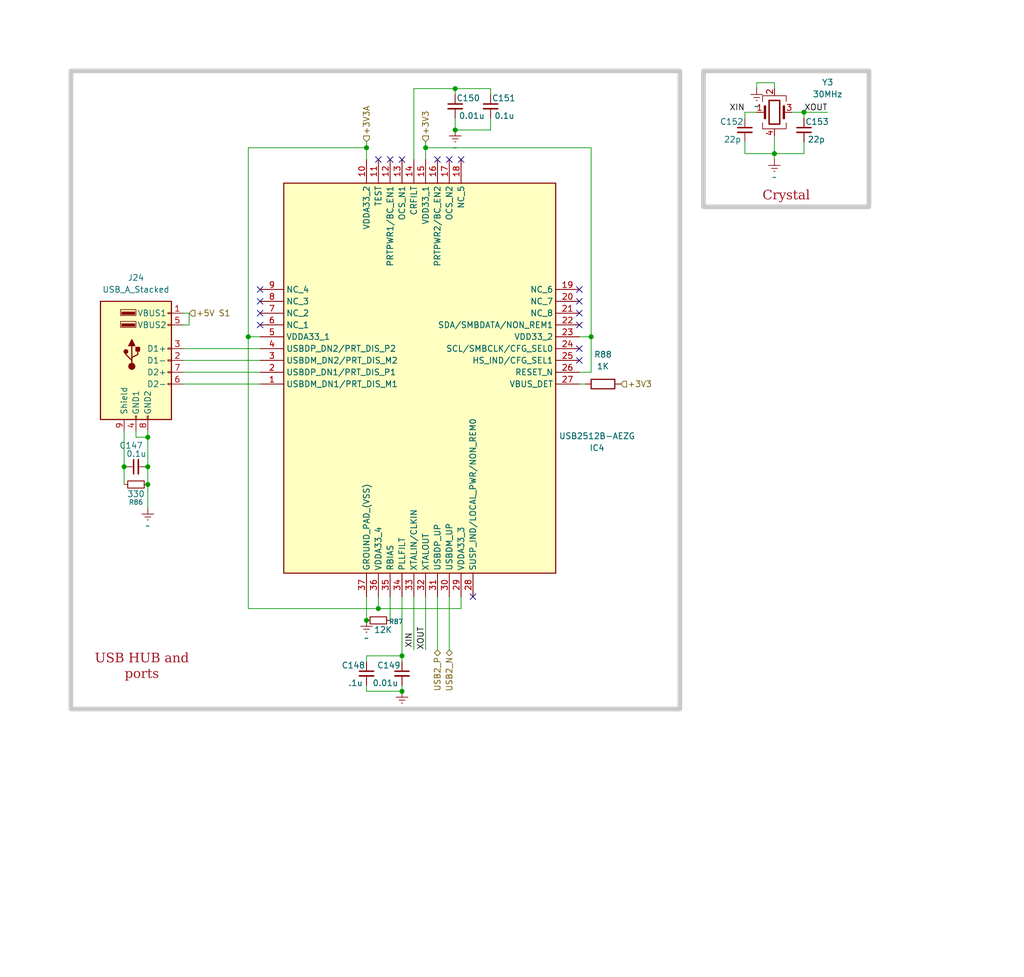
<source format=kicad_sch>
(kicad_sch (version 20250114) (generator "eeschema") (generator_version "9.0")
  (paper "User" 220 210)
  (lib_symbols
    (symbol "Connector:USB_A_Stacked" (pin_names (offset 1.016))
      (property "Reference" "J" (at 0 15.875 0))
      (property "Value" "USB_A_Stacked" (at 0 13.97 0))
      (symbol "USB_A_Stacked_0_1"
        (rectangle (start -7.62 12.7) (end 7.62 -12.7) (stroke (width 0.254)) (fill (type background)))
        (circle (center -2.159 1.905) (radius 0.381) (stroke (width 0.254)) (fill (type outline)))
        (polyline (pts (xy -1.524 3.175) (xy -0.254 3.175) (xy -0.889 4.445) (xy -1.524 3.175)) (stroke (width 0.254)) (fill (type outline)))
        (polyline (pts (xy -0.889 0) (xy -0.889 0.635) (xy 0.381 1.27) (xy 0.381 2.54)) (stroke (width 0.254)))
        (polyline (pts (xy -0.889 -0.635) (xy -0.889 0) (xy -2.159 1.27) (xy -2.159 1.905)) (stroke (width 0.254)))
        (circle (center -0.889 -1.27) (radius 0.635) (stroke (width 0.254)) (fill (type outline)))
        (rectangle (start -0.254 9.906) (end -3.048 10.414) (fill (type outline)))
        (rectangle (start -0.254 7.366) (end -3.048 7.874) (fill (type outline)))
        (rectangle (start -0.127 -12.7) (end 0.127 -11.938))
        (rectangle (start 0 9.652) (end -3.302 10.922))
        (rectangle (start 0 7.112) (end -3.302 8.382))
        (rectangle (start 0 2.794) (end 0.762 2.032) (stroke (width 0.254)) (fill (type outline)))
        (rectangle (start 2.413 -12.7) (end 2.667 -11.938))
        (rectangle (start 7.62 10.033) (end 6.858 10.287))
        (rectangle (start 7.62 7.493) (end 6.858 7.747))
        (rectangle (start 7.62 2.413) (end 6.858 2.667))
        (rectangle (start 7.62 -0.127) (end 6.858 0.127))
        (rectangle (start 7.62 -2.667) (end 6.858 -2.413))
        (rectangle (start 7.62 -5.207) (end 6.858 -4.953))
      )
      (symbol "USB_A_Stacked_1_1"
        (polyline (pts (xy -0.889 0.635) (xy -0.889 3.175)) (stroke (width 0.254)))
        (pin passive line (at -2.54 -15.24 90) (length 2.54) (name "Shield") (number "9"))
        (pin power_in line (at 0 -15.24 90) (length 2.54) (name "GND1") (number "4"))
        (pin power_in line (at 2.54 -15.24 90) (length 2.54) (name "GND2") (number "8"))
        (pin power_in line (at 10.16 10.16 180) (length 2.54) (name "VBUS1") (number "1"))
        (pin power_in line (at 10.16 7.62 180) (length 2.54) (name "VBUS2") (number "5"))
        (pin bidirectional line (at 10.16 2.54 180) (length 2.54) (name "D1+") (number "3"))
        (pin bidirectional line (at 10.16 0 180) (length 2.54) (name "D1-") (number "2"))
        (pin bidirectional line (at 10.16 -2.54 180) (length 2.54) (name "D2+") (number "7"))
        (pin bidirectional line (at 10.16 -5.08 180) (length 2.54) (name "D2-") (number "6"))
      )
    )
    (symbol "Device:C_Small" (pin_numbers (hide yes)) (pin_names (offset 0.254) (hide yes))
      (property "Reference" "C" (at 0.254 1.778 0))
      (property "Value" "C_Small" (at 0.254 -2.032 0))
      (symbol "C_Small_0_1"
        (polyline (pts (xy -1.524 0.508) (xy 1.524 0.508)) (stroke (width 0.3048)))
        (polyline (pts (xy -1.524 -0.508) (xy 1.524 -0.508)) (stroke (width 0.3302)))
      )
      (symbol "C_Small_1_1"
        (pin passive line (at 0 2.54 270) (length 2.032) (name "~") (number "1"))
        (pin passive line (at 0 -2.54 90) (length 2.032) (name "~") (number "2"))
      )
    )
    (symbol "Device:Crystal_GND24" (pin_names (offset 1.016) (hide yes))
      (property "Reference" "Y" (at 3.175 5.08 0))
      (property "Value" "Crystal_GND24" (at 3.175 3.175 0))
      (symbol "Crystal_GND24_0_1"
        (polyline (pts (xy -2.54 2.286) (xy -2.54 3.556) (xy 2.54 3.556) (xy 2.54 2.286)))
        (polyline (pts (xy -2.54 0) (xy -2.032 0)))
        (polyline (pts (xy -2.54 -2.286) (xy -2.54 -3.556) (xy 2.54 -3.556) (xy 2.54 -2.286)))
        (polyline (pts (xy -2.032 -1.27) (xy -2.032 1.27)) (stroke (width 0.508)))
        (rectangle (start -1.143 2.54) (end 1.143 -2.54) (stroke (width 0.3048)))
        (polyline (pts (xy 0 3.556) (xy 0 3.81)))
        (polyline (pts (xy 0 -3.81) (xy 0 -3.556)))
        (polyline (pts (xy 2.032 0) (xy 2.54 0)))
        (polyline (pts (xy 2.032 -1.27) (xy 2.032 1.27)) (stroke (width 0.508)))
      )
      (symbol "Crystal_GND24_1_1"
        (pin passive line (at -3.81 0 0) (length 1.27) (name "1") (number "1"))
        (pin passive line (at 0 5.08 270) (length 1.27) (name "2") (number "2"))
        (pin passive line (at 0 -5.08 90) (length 1.27) (name "4") (number "4"))
        (pin passive line (at 3.81 0 180) (length 1.27) (name "3") (number "3"))
      )
    )
    (symbol "Device:R" (pin_numbers (hide yes)) (pin_names (offset 0))
      (property "Reference" "R" (at 2.032 0 90))
      (property "Value" "R" (at 0 0 90))
      (symbol "R_0_1"
        (rectangle (start -1.016 -2.54) (end 1.016 2.54) (stroke (width 0.254)))
      )
      (symbol "R_1_1"
        (pin passive line (at 0 3.81 270) (length 1.27) (name "~") (number "1"))
        (pin passive line (at 0 -3.81 90) (length 1.27) (name "~") (number "2"))
      )
    )
    (symbol "Device:R_Small" (pin_numbers (hide yes)) (pin_names (offset 0.254) (hide yes))
      (property "Reference" "R" (at 0 0 90))
      (property "Value" "R_Small" (at 1.778 0 90))
      (symbol "R_Small_0_1"
        (rectangle (start -0.762 1.778) (end 0.762 -1.778) (stroke (width 0.2032)))
      )
      (symbol "R_Small_1_1"
        (pin passive line (at 0 2.54 270) (length 0.762) (name "~") (number "1"))
        (pin passive line (at 0 -2.54 90) (length 0.762) (name "~") (number "2"))
      )
    )
    (symbol "USB2512B-AEZG:USB2512B-AEZG"
      (property "Reference" "IC" (at 64.77 45.72 0))
      (property "Value" "USB2512B-AEZG" (at 64.77 43.18 0))
      (symbol "USB2512B-AEZG_1_1"
        (rectangle (start 5.08 40.64) (end 63.5 -43.18) (stroke (width 0.254)) (fill (type background)))
        (pin passive line (at 0 0 0) (length 5.08) (name "USBDM_DN1/PRT_DIS_M1") (number "1"))
        (pin passive line (at 0 -2.54 0) (length 5.08) (name "USBDP_DN1/PRT_DIS_P1") (number "2"))
        (pin passive line (at 0 -5.08 0) (length 5.08) (name "USBDM_DN2/PRT_DIS_M2") (number "3"))
        (pin passive line (at 0 -7.62 0) (length 5.08) (name "USBDP_DN2/PRT_DIS_P2") (number "4"))
        (pin passive line (at 0 -10.16 0) (length 5.08) (name "VDDA33_1") (number "5"))
        (pin passive line (at 0 -12.7 0) (length 5.08) (name "NC_1") (number "6"))
        (pin passive line (at 0 -15.24 0) (length 5.08) (name "NC_2") (number "7"))
        (pin passive line (at 0 -17.78 0) (length 5.08) (name "NC_3") (number "8"))
        (pin passive line (at 0 -20.32 0) (length 5.08) (name "NC_4") (number "9"))
        (pin passive line (at 22.86 45.72 270) (length 5.08) (name "GROUND_PAD_(VSS)") (number "37"))
        (pin passive line (at 22.86 -48.26 90) (length 5.08) (name "VDDA33_2") (number "10"))
        (pin passive line (at 25.4 45.72 270) (length 5.08) (name "VDDA33_4") (number "36"))
        (pin passive line (at 25.4 -48.26 90) (length 5.08) (name "TEST") (number "11"))
        (pin passive line (at 27.94 45.72 270) (length 5.08) (name "RBIAS") (number "35"))
        (pin passive line (at 27.94 -48.26 90) (length 5.08) (name "PRTPWR1/BC_EN1") (number "12"))
        (pin passive line (at 30.48 45.72 270) (length 5.08) (name "PLLFILT") (number "34"))
        (pin passive line (at 30.48 -48.26 90) (length 5.08) (name "OCS_N1") (number "13"))
        (pin passive line (at 33.02 45.72 270) (length 5.08) (name "XTALIN/CLKIN") (number "33"))
        (pin passive line (at 33.02 -48.26 90) (length 5.08) (name "CRFILT") (number "14"))
        (pin passive line (at 35.56 45.72 270) (length 5.08) (name "XTALOUT") (number "32"))
        (pin passive line (at 35.56 -48.26 90) (length 5.08) (name "VDD33_1") (number "15"))
        (pin passive line (at 38.1 45.72 270) (length 5.08) (name "USBDP_UP") (number "31"))
        (pin passive line (at 38.1 -48.26 90) (length 5.08) (name "PRTPWR2/BC_EN2") (number "16"))
        (pin passive line (at 40.64 45.72 270) (length 5.08) (name "USBDM_UP") (number "30"))
        (pin passive line (at 40.64 -48.26 90) (length 5.08) (name "OCS_N2") (number "17"))
        (pin passive line (at 43.18 45.72 270) (length 5.08) (name "VDDA33_3") (number "29"))
        (pin passive line (at 43.18 -48.26 90) (length 5.08) (name "NC_5") (number "18"))
        (pin passive line (at 45.72 45.72 270) (length 5.08) (name "SUSP_IND/LOCAL_PWR/NON_REM0") (number "28"))
        (pin passive line (at 68.58 0 180) (length 5.08) (name "VBUS_DET") (number "27"))
        (pin passive line (at 68.58 -2.54 180) (length 5.08) (name "RESET_N") (number "26"))
        (pin passive line (at 68.58 -5.08 180) (length 5.08) (name "HS_IND/CFG_SEL1") (number "25"))
        (pin passive line (at 68.58 -7.62 180) (length 5.08) (name "SCL/SMBCLK/CFG_SEL0") (number "24"))
        (pin passive line (at 68.58 -10.16 180) (length 5.08) (name "VDD33_2") (number "23"))
        (pin passive line (at 68.58 -12.7 180) (length 5.08) (name "SDA/SMBDATA/NON_REM1") (number "22"))
        (pin passive line (at 68.58 -15.24 180) (length 5.08) (name "NC_8") (number "21"))
        (pin passive line (at 68.58 -17.78 180) (length 5.08) (name "NC_7") (number "20"))
        (pin passive line (at 68.58 -20.32 180) (length 5.08) (name "NC_6") (number "19"))
      )
    )
    (symbol "power:Earth" (power) (pin_numbers (hide yes)) (pin_names (offset 0) (hide yes))
      (property "Value" "Earth" (at 0 -3.81 0))
      (symbol "Earth_0_1"
        (polyline (pts (xy -0.635 -1.905) (xy 0.635 -1.905)))
        (polyline (pts (xy -0.127 -2.54) (xy 0.127 -2.54)))
        (polyline (pts (xy 0 -1.27) (xy 0 0)))
        (polyline (pts (xy 1.27 -1.27) (xy -1.27 -1.27)))
      )
      (symbol "Earth_1_1"
        (pin power_in line (at 0 0 270) (length 0) (name "~") (number "1"))
      )
    )
  )
  (rectangle (start 151.13 15.24) (end 186.69 44.45) (stroke (width 1) (color 200 200 200 1)))
  (rectangle (start 15.24 15.24) (end 146.05 152.4) (stroke (width 1) (color 200 200 200 1)))
  (text_box "USB HUB and ports\n" (at 16.51 138.43 0) (size 27.94 9.525) (margins 1.9049 1.9049 1.9049 1.9049) (stroke (width -0.0001)) (effects (font (size 2 2) (thickness 0.3175)) (justify bottom)))
  (text_box "Crystal\n" (at 154.94 35.56 0) (size 27.94 9.525) (margins 1.9049 1.9049 1.9049 1.9049) (stroke (width -0.0001)) (effects (font (size 2 2) (thickness 0.3175)) (justify bottom)))
  (junction (at 97.79 19.05))
  (junction (at 91.44 31.75))
  (junction (at 26.67 100.33))
  (junction (at 127 72.39))
  (junction (at 31.75 93.98))
  (junction (at 31.75 100.33))
  (junction (at 78.74 31.75))
  (junction (at 86.36 148.59))
  (junction (at 53.34 72.39))
  (junction (at 81.28 130.81))
  (junction (at 166.37 33.02))
  (junction (at 86.36 140.97))
  (junction (at 97.79 27.94))
  (junction (at 31.75 104.14))
  (junction (at 78.74 133.35))
  (junction (at 172.72 24.13))
  (no_connect (at 124.46 74.93))
  (no_connect (at 124.46 62.23))
  (no_connect (at 124.46 64.77))
  (no_connect (at 93.98 34.29))
  (no_connect (at 81.28 34.29))
  (no_connect (at 124.46 67.31))
  (no_connect (at 55.88 67.31))
  (no_connect (at 124.46 77.47))
  (no_connect (at 55.88 64.77))
  (no_connect (at 86.36 34.29))
  (no_connect (at 124.46 69.85))
  (no_connect (at 83.82 34.29))
  (no_connect (at 96.52 34.29))
  (no_connect (at 55.88 69.85))
  (no_connect (at 101.6 128.27))
  (no_connect (at 99.06 34.29))
  (no_connect (at 55.88 62.23))
  (wire (pts (xy 91.44 31.75) (xy 91.44 34.29)))
  (wire (pts (xy 39.37 82.55) (xy 55.88 82.55)))
  (wire (pts (xy 78.74 140.97) (xy 78.74 142.24)))
  (wire (pts (xy 39.37 69.85) (xy 40.64 69.85)))
  (wire (pts (xy 124.46 80.01) (xy 127 80.01)))
  (wire (pts (xy 78.74 148.59) (xy 86.36 148.59)))
  (wire (pts (xy 26.67 100.33) (xy 26.67 104.14)))
  (wire (pts (xy 53.34 130.81) (xy 53.34 72.39)))
  (wire (pts (xy 91.44 31.75) (xy 127 31.75)))
  (wire (pts (xy 105.41 25.4) (xy 105.41 27.94)))
  (wire (pts (xy 172.72 25.4) (xy 172.72 24.13)))
  (wire (pts (xy 81.28 128.27) (xy 81.28 130.81)))
  (wire (pts (xy 31.75 100.33) (xy 31.75 104.14)))
  (wire (pts (xy 81.28 130.81) (xy 99.06 130.81)))
  (wire (pts (xy 93.98 128.27) (xy 93.98 139.7)))
  (wire (pts (xy 170.18 24.13) (xy 172.72 24.13)))
  (wire (pts (xy 29.21 93.98) (xy 31.75 93.98)))
  (wire (pts (xy 166.37 33.02) (xy 166.37 34.29)))
  (wire (pts (xy 40.64 67.31) (xy 39.37 67.31)))
  (wire (pts (xy 166.37 33.02) (xy 172.72 33.02)))
  (wire (pts (xy 162.56 19.05) (xy 162.56 17.78)))
  (wire (pts (xy 125.73 82.55) (xy 124.46 82.55)))
  (wire (pts (xy 78.74 31.75) (xy 78.74 34.29)))
  (wire (pts (xy 96.52 128.27) (xy 96.52 139.7)))
  (wire (pts (xy 88.9 19.05) (xy 97.79 19.05)))
  (wire (pts (xy 31.75 93.98) (xy 31.75 100.33)))
  (wire (pts (xy 105.41 27.94) (xy 97.79 27.94)))
  (wire (pts (xy 78.74 140.97) (xy 86.36 140.97)))
  (wire (pts (xy 97.79 19.05) (xy 105.41 19.05)))
  (wire (pts (xy 105.41 19.05) (xy 105.41 20.32)))
  (wire (pts (xy 166.37 17.78) (xy 166.37 19.05)))
  (wire (pts (xy 53.34 31.75) (xy 53.34 72.39)))
  (wire (pts (xy 172.72 24.13) (xy 177.8 24.13)))
  (wire (pts (xy 160.02 30.48) (xy 160.02 33.02)))
  (wire (pts (xy 83.82 128.27) (xy 83.82 133.35)))
  (wire (pts (xy 39.37 80.01) (xy 55.88 80.01)))
  (wire (pts (xy 91.44 30.48) (xy 91.44 31.75)))
  (wire (pts (xy 162.56 17.78) (xy 166.37 17.78)))
  (wire (pts (xy 86.36 128.27) (xy 86.36 140.97)))
  (wire (pts (xy 39.37 74.93) (xy 55.88 74.93)))
  (wire (pts (xy 40.64 69.85) (xy 40.64 67.31)))
  (wire (pts (xy 88.9 128.27) (xy 88.9 139.7)))
  (wire (pts (xy 127 80.01) (xy 127 72.39)))
  (wire (pts (xy 160.02 24.13) (xy 162.56 24.13)))
  (wire (pts (xy 127 31.75) (xy 127 72.39)))
  (wire (pts (xy 78.74 30.48) (xy 78.74 31.75)))
  (wire (pts (xy 53.34 31.75) (xy 78.74 31.75)))
  (wire (pts (xy 97.79 25.4) (xy 97.79 27.94)))
  (wire (pts (xy 81.28 130.81) (xy 53.34 130.81)))
  (wire (pts (xy 91.44 139.7) (xy 91.44 128.27)))
  (wire (pts (xy 97.79 20.32) (xy 97.79 19.05)))
  (wire (pts (xy 53.34 72.39) (xy 55.88 72.39)))
  (wire (pts (xy 172.72 33.02) (xy 172.72 30.48)))
  (wire (pts (xy 26.67 92.71) (xy 26.67 100.33)))
  (wire (pts (xy 78.74 147.32) (xy 78.74 148.59)))
  (wire (pts (xy 124.46 72.39) (xy 127 72.39)))
  (wire (pts (xy 31.75 93.98) (xy 31.75 92.71)))
  (wire (pts (xy 160.02 25.4) (xy 160.02 24.13)))
  (wire (pts (xy 160.02 33.02) (xy 166.37 33.02)))
  (wire (pts (xy 88.9 34.29) (xy 88.9 19.05)))
  (wire (pts (xy 99.06 128.27) (xy 99.06 130.81)))
  (wire (pts (xy 31.75 104.14) (xy 31.75 109.22)))
  (wire (pts (xy 39.37 77.47) (xy 55.88 77.47)))
  (wire (pts (xy 78.74 128.27) (xy 78.74 133.35)))
  (wire (pts (xy 86.36 147.32) (xy 86.36 148.59)))
  (wire (pts (xy 29.21 93.98) (xy 29.21 92.71)))
  (wire (pts (xy 86.36 140.97) (xy 86.36 142.24)))
  (wire (pts (xy 166.37 29.21) (xy 166.37 33.02)))
  (label "XOUT" (at 177.8 24.13 180))
  (label "XOUT" (at 91.44 134.62 270))
  (label "XIN" (at 88.9 135.89 270))
  (label "XIN" (at 160.02 24.13 180))
  (hierarchical_label "USB2_N" (shape bidirectional) (at 96.52 139.7 270))
  (hierarchical_label "+3V3" (shape input) (at 91.44 30.48 90))
  (hierarchical_label "+3V3A" (shape input) (at 78.74 30.48 90))
  (hierarchical_label "+3V3" (shape input) (at 133.35 82.55 0))
  (hierarchical_label "+5V S1" (shape input) (at 40.64 67.31 0))
  (hierarchical_label "USB2_P" (shape bidirectional) (at 93.98 139.7 270))
  (symbol (lib_id "USB2512B-AEZG:USB2512B-AEZG") (at 55.88 82.55 0) (mirror x) (unit 1)
    (property "Reference" "IC4" (at 128.27 96.266 0))
    (property "Value" "USB2512B-AEZG" (at 128.27 93.726 0))
    (property "Footprint" "USB2512B-AEZG:QFN50P600X600X100-37N-D" (effects (hide yes)))
    (property "Datasheet" "http://www.microchip.com/mymicrochip/filehandler.aspx?ddocname=en562310" (effects (hide yes)))
    (property "Description" "USB 2.0 Hub Controller 2-Port BC QFN36 Microchip USB2512B-AEZG, USB Controller, 480MBps, USB 2.0, 3.3 V, 36-Pin QFN" (effects (hide yes)))
    (property "Height" "1" (effects (hide yes)))
    (property "Manufacturer_Name" "Microchip" (effects (hide yes)))
    (property "Manufacturer_Part_Number" "USB2512B-AEZG" (effects (hide yes)))
    (property "Mouser Part Number" "886-USB2512B-AEZG" (effects (hide yes)))
    (property "Mouser Price/Stock" "https://www.mouser.co.uk/ProductDetail/Microchip-Technology/USB2512B-AEZG?qs=pA5MXup5wxGNvJiLqKVEsA%3D%3D" (effects (hide yes)))
    (property "Arrow Part Number" "USB2512B-AEZG" (effects (hide yes)))
    (property "Arrow Price/Stock" "https://www.arrow.com/en/products/usb2512b-aezg/microchip-technology?region=nac" (effects (hide yes)))
  )
  (symbol (lib_id "power:Earth") (at 97.79 27.94 0) (unit 1)
    (property "Reference" "#PWR0169" (effects (hide yes)))
    (property "Value" "~" (at 97.79 31.75 0))
    (property "Description" "Power symbol creates a global label with name \"Earth\"" (effects (hide yes)))
  )
  (symbol (lib_id "Device:C_Small") (at 86.36 144.78 0) (mirror y) (unit 1)
    (property "Reference" "C149" (at 86.106 143.002 0) (effects (justify left)))
    (property "Value" "0.01u" (at 85.598 146.812 0) (effects (justify left)))
    (property "Footprint" "Capacitor_SMD:C_0603_1608Metric" (effects (hide yes)))
    (property "Description" "Unpolarized capacitor, small symbol" (effects (hide yes)))
  )
  (symbol (lib_id "Connector:USB_A_Stacked") (at 29.21 77.47 0) (unit 1)
    (property "Reference" "J24" (at 29.21 59.69 0))
    (property "Value" "USB_A_Stacked" (at 29.21 62.23 0))
    (property "Footprint" "Connector_USB:USB_A_Wuerth_61400826021_Horizontal_Stacked" (effects (hide yes)))
    (property "Description" "USB Type A connector, stacked" (effects (hide yes)))
  )
  (symbol (lib_id "Device:C_Small") (at 78.74 144.78 0) (mirror y) (unit 1)
    (property "Reference" "C148" (at 78.486 143.002 0) (effects (justify left)))
    (property "Value" ".1u" (at 77.978 146.812 0) (effects (justify left)))
    (property "Footprint" "Capacitor_SMD:C_0603_1608Metric" (effects (hide yes)))
    (property "Description" "Unpolarized capacitor, small symbol" (effects (hide yes)))
  )
  (symbol (lib_id "Device:Crystal_GND24") (at 166.37 24.13 0) (unit 1)
    (property "Reference" "Y3" (at 177.8 17.7098 0))
    (property "Value" "30MHz" (at 177.8 20.2498 0))
    (property "Footprint" "ABM8-30.000MHZ-B2-T:ABM810000MHZ12D2W" (effects (hide yes)))
    (property "Description" "Four pin crystal, GND on pins 2 and 4" (effects (hide yes)))
  )
  (symbol (lib_id "Device:R_Small") (at 29.21 104.14 90) (mirror x) (unit 1)
    (property "Reference" "R86" (at 29.21 107.95 90) (effects (font (size 1.016 1.016))))
    (property "Value" "330" (at 29.21 106.172 90))
    (property "Footprint" "Resistor_SMD:R_0603_1608Metric" (effects (hide yes)))
    (property "Description" "Resistor, small symbol" (effects (hide yes)))
  )
  (symbol (lib_id "Device:C_Small") (at 172.72 27.94 0) (unit 1)
    (property "Reference" "C153" (at 172.974 26.162 0) (effects (justify left)))
    (property "Value" "22p" (at 173.482 29.972 0) (effects (justify left)))
    (property "Footprint" "Capacitor_SMD:C_0603_1608Metric" (effects (hide yes)))
    (property "Description" "Unpolarized capacitor, small symbol" (effects (hide yes)))
  )
  (symbol (lib_id "Device:C_Small") (at 97.79 22.86 0) (unit 1)
    (property "Reference" "C150" (at 98.044 21.082 0) (effects (justify left)))
    (property "Value" "0.01u" (at 98.552 24.892 0) (effects (justify left)))
    (property "Footprint" "Capacitor_SMD:C_0603_1608Metric" (effects (hide yes)))
    (property "Description" "Unpolarized capacitor, small symbol" (effects (hide yes)))
  )
  (symbol (lib_id "power:Earth") (at 162.56 19.05 0) (unit 1)
    (property "Reference" "#PWR0170" (effects (hide yes)))
    (property "Value" "~" (at 162.56 22.86 0))
    (property "Description" "Power symbol creates a global label with name \"Earth\"" (effects (hide yes)))
  )
  (symbol (lib_id "power:Earth") (at 166.37 34.29 0) (unit 1)
    (property "Reference" "#PWR0171" (effects (hide yes)))
    (property "Value" "~" (at 166.37 38.1 0))
    (property "Description" "Power symbol creates a global label with name \"Earth\"" (effects (hide yes)))
  )
  (symbol (lib_id "power:Earth") (at 86.36 148.59 0) (mirror y) (unit 1)
    (property "Reference" "#PWR0168" (effects (hide yes)))
    (property "Value" "~" (at 86.36 152.4 0))
    (property "Description" "Power symbol creates a global label with name \"Earth\"" (effects (hide yes)))
  )
  (symbol (lib_id "Device:C_Small") (at 105.41 22.86 0) (unit 1)
    (property "Reference" "C151" (at 105.664 21.082 0) (effects (justify left)))
    (property "Value" "0.1u" (at 106.172 24.892 0) (effects (justify left)))
    (property "Footprint" "Capacitor_SMD:C_0603_1608Metric" (effects (hide yes)))
    (property "Description" "Unpolarized capacitor, small symbol" (effects (hide yes)))
  )
  (symbol (lib_id "Device:R_Small") (at 81.28 133.35 90) (mirror x) (unit 1)
    (property "Reference" "R87" (at 85.09 133.604 90) (effects (font (size 1.016 1.016))))
    (property "Value" "12K" (at 82.296 135.382 90))
    (property "Footprint" "Resistor_SMD:R_0603_1608Metric" (effects (hide yes)))
    (property "Description" "Resistor, small symbol" (effects (hide yes)))
  )
  (symbol (lib_id "power:Earth") (at 31.75 109.22 0) (unit 1)
    (property "Reference" "#PWR0166" (effects (hide yes)))
    (property "Value" "~" (at 31.75 113.03 0))
    (property "Description" "Power symbol creates a global label with name \"Earth\"" (effects (hide yes)))
  )
  (symbol (lib_id "power:Earth") (at 78.74 133.35 0) (unit 1)
    (property "Reference" "#PWR0167" (effects (hide yes)))
    (property "Value" "~" (at 78.74 137.16 0))
    (property "Description" "Power symbol creates a global label with name \"Earth\"" (effects (hide yes)))
  )
  (symbol (lib_id "Device:R") (at 129.54 82.55 270) (unit 1)
    (property "Reference" "R88" (at 129.54 76.2 90))
    (property "Value" "1K" (at 129.54 78.74 90))
    (property "Footprint" "Resistor_SMD:R_0603_1608Metric" (effects (hide yes)))
    (property "Description" "Resistor" (effects (hide yes)))
  )
  (symbol (lib_id "Device:C_Small") (at 29.21 100.33 90) (unit 1)
    (property "Reference" "C147" (at 30.734 95.758 90) (effects (justify left)))
    (property "Value" "0.1u" (at 31.496 97.536 90) (effects (justify left)))
    (property "Footprint" "Capacitor_SMD:C_0603_1608Metric" (effects (hide yes)))
    (property "Description" "Unpolarized capacitor, small symbol" (effects (hide yes)))
  )
  (symbol (lib_id "Device:C_Small") (at 160.02 27.94 0) (mirror y) (unit 1)
    (property "Reference" "C152" (at 159.766 26.162 0) (effects (justify left)))
    (property "Value" "22p" (at 159.258 29.972 0) (effects (justify left)))
    (property "Footprint" "Capacitor_SMD:C_0603_1608Metric" (effects (hide yes)))
    (property "Description" "Unpolarized capacitor, small symbol" (effects (hide yes)))
  )
)
</source>
